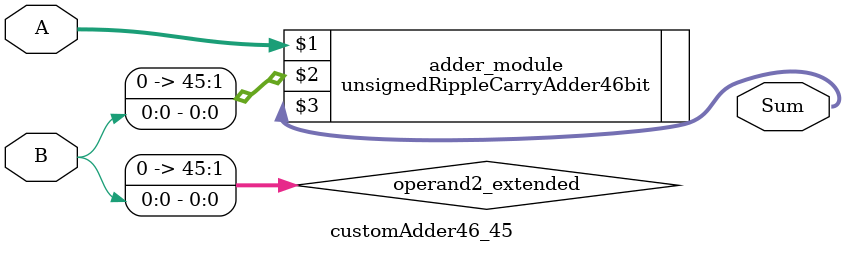
<source format=v>
module customAdder46_45(
                        input [45 : 0] A,
                        input [0 : 0] B,
                        
                        output [46 : 0] Sum
                );

        wire [45 : 0] operand2_extended;
        
        assign operand2_extended =  {45'b0, B};
        
        unsignedRippleCarryAdder46bit adder_module(
            A,
            operand2_extended,
            Sum
        );
        
        endmodule
        
</source>
